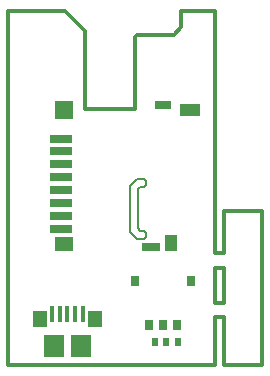
<source format=gbr>
G04 ================== begin FILE IDENTIFICATION RECORD ==================*
G04 Layout Name:  STEVAL-STLCR01V1.brd*
G04 Film Name:    STEVAL-STLCR01V1-12PMB.GBR*
G04 File Format:  Gerber RS274X*
G04 File Origin:  Cadence Allegro 16.5-P002*
G04 Origin Date:  Wed May 18 11:18:33 2016*
G04 *
G04 Layer:  VIA CLASS/PASTEMASK_BOTTOM*
G04 Layer:  PIN/PASTEMASK_BOTTOM*
G04 Layer:  PACKAGE GEOMETRY/PASTEMASK_BOTTOM*
G04 Layer:  BOARD GEOMETRY/TOOLING_CORNERS*
G04 *
G04 Offset:    (0.0000 0.0000)*
G04 Mirror:    No*
G04 Mode:      Positive*
G04 Rotation:  0*
G04 FullContactRelief:  No*
G04 UndefLineWidth:     0.0000*
G04 ================== end FILE IDENTIFICATION RECORD ====================*
%FSLAX25Y25*MOMM*%
%IR0*IPPOS*OFA0.00000B0.00000*MIA0B0*SFA1.00000B1.00000*%
%ADD14R,1.905X.7112*%
%ADD19R,1.524X.762*%
%ADD20R,1.397X.762*%
%ADD12R,.4064X1.4478*%
%ADD11R,1.15X1.45*%
%ADD21R,1.651X1.016*%
%ADD13R,1.524X1.27*%
%ADD10R,1.75X1.9*%
%ADD17R,.7X.85*%
%ADD18R,1.016X1.4478*%
%ADD16R,.508X.635*%
%ADD15R,1.524X1.524*%
%ADD22C,.2*%
%ADD23C,.3*%
G75*
%LPD*%
G75*
G54D10*
X387500Y165000D03*
X612500D03*
G54D11*
X268000Y388000D03*
X732000D03*
G54D20*
X1307500Y2200000D03*
G54D21*
X1537500Y2160000D03*
G54D12*
X630000Y430000D03*
X565000D03*
X500000D03*
X435000D03*
X370000D03*
G54D22*
G01X1150000Y1580000D02*
X1090000D01*
X1030000Y1520000D01*
Y1130000D01*
X1090000Y1070000D01*
X1150000D01*
X1170000Y1090000D01*
Y1120000D01*
X1150000Y1140000D01*
X1120000D01*
X1100000Y1160000D01*
Y1490000D01*
X1120000Y1510000D01*
X1150000D01*
X1170000Y1530000D01*
Y1560000D01*
X1150000Y1580000D01*
G54D13*
X470000Y1030000D03*
G54D23*
G01X0Y0D02*
X1750000D01*
Y410000D01*
X1830000D01*
Y0D01*
X2150000D01*
Y1310000D01*
X1830000D01*
Y950000D01*
X1750000D01*
Y3000000D01*
X1460000D01*
Y2860000D01*
X1400000Y2800000D01*
X1090000D01*
X1070000Y2780000D01*
Y2170000D01*
X650000D01*
Y2830000D01*
X480000Y3000000D01*
X0D01*
Y0D01*
G01X1830000Y530000D02*
X1750000D01*
Y820000D01*
X1830000D01*
Y530000D01*
G54D14*
X450000Y1370000D03*
Y1260000D03*
Y1150000D03*
Y1480000D03*
Y1590000D03*
Y1700000D03*
Y1810000D03*
Y1920000D03*
G54D15*
X470000Y2165000D03*
G54D16*
X1440000Y195000D03*
X1340000D03*
X1240000D03*
G54D17*
X1075000Y715000D03*
X1545000D03*
X1190000Y340000D03*
X1310000D03*
X1430000D03*
G54D18*
X1380000Y1037500D03*
G54D19*
X1210000Y1005000D03*
M02*

</source>
